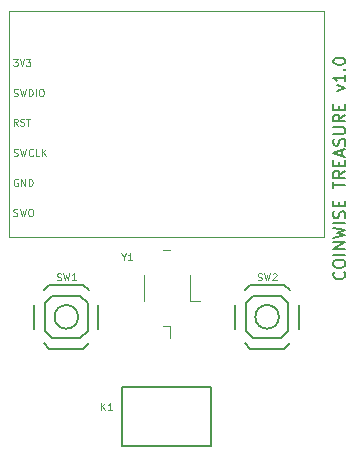
<source format=gto>
%TF.GenerationSoftware,KiCad,Pcbnew,4.0.5+dfsg1-4~bpo8+1*%
%TF.CreationDate,2017-10-06T16:53:46-03:00*%
%TF.ProjectId,treasure,74726561737572652E6B696361645F70,rev?*%
%TF.FileFunction,Legend,Top*%
%FSLAX46Y46*%
G04 Gerber Fmt 4.6, Leading zero omitted, Abs format (unit mm)*
G04 Created by KiCad (PCBNEW 4.0.5+dfsg1-4~bpo8+1) date Fri Oct  6 16:53:46 2017*
%MOMM*%
%LPD*%
G01*
G04 APERTURE LIST*
%ADD10C,0.254000*%
%ADD11C,0.150000*%
%ADD12C,0.100000*%
%ADD13C,0.120000*%
G04 APERTURE END LIST*
D10*
D11*
X163507143Y-111311904D02*
X163554762Y-111359523D01*
X163602381Y-111502380D01*
X163602381Y-111597618D01*
X163554762Y-111740476D01*
X163459524Y-111835714D01*
X163364286Y-111883333D01*
X163173810Y-111930952D01*
X163030952Y-111930952D01*
X162840476Y-111883333D01*
X162745238Y-111835714D01*
X162650000Y-111740476D01*
X162602381Y-111597618D01*
X162602381Y-111502380D01*
X162650000Y-111359523D01*
X162697619Y-111311904D01*
X162602381Y-110692857D02*
X162602381Y-110502380D01*
X162650000Y-110407142D01*
X162745238Y-110311904D01*
X162935714Y-110264285D01*
X163269048Y-110264285D01*
X163459524Y-110311904D01*
X163554762Y-110407142D01*
X163602381Y-110502380D01*
X163602381Y-110692857D01*
X163554762Y-110788095D01*
X163459524Y-110883333D01*
X163269048Y-110930952D01*
X162935714Y-110930952D01*
X162745238Y-110883333D01*
X162650000Y-110788095D01*
X162602381Y-110692857D01*
X163602381Y-109835714D02*
X162602381Y-109835714D01*
X163602381Y-109359524D02*
X162602381Y-109359524D01*
X163602381Y-108788095D01*
X162602381Y-108788095D01*
X162602381Y-108407143D02*
X163602381Y-108169048D01*
X162888095Y-107978571D01*
X163602381Y-107788095D01*
X162602381Y-107550000D01*
X163602381Y-107169048D02*
X162602381Y-107169048D01*
X163554762Y-106740477D02*
X163602381Y-106597620D01*
X163602381Y-106359524D01*
X163554762Y-106264286D01*
X163507143Y-106216667D01*
X163411905Y-106169048D01*
X163316667Y-106169048D01*
X163221429Y-106216667D01*
X163173810Y-106264286D01*
X163126190Y-106359524D01*
X163078571Y-106550001D01*
X163030952Y-106645239D01*
X162983333Y-106692858D01*
X162888095Y-106740477D01*
X162792857Y-106740477D01*
X162697619Y-106692858D01*
X162650000Y-106645239D01*
X162602381Y-106550001D01*
X162602381Y-106311905D01*
X162650000Y-106169048D01*
X163078571Y-105740477D02*
X163078571Y-105407143D01*
X163602381Y-105264286D02*
X163602381Y-105740477D01*
X162602381Y-105740477D01*
X162602381Y-105264286D01*
X162602381Y-104216667D02*
X162602381Y-103645238D01*
X163602381Y-103930953D02*
X162602381Y-103930953D01*
X163602381Y-102740476D02*
X163126190Y-103073810D01*
X163602381Y-103311905D02*
X162602381Y-103311905D01*
X162602381Y-102930952D01*
X162650000Y-102835714D01*
X162697619Y-102788095D01*
X162792857Y-102740476D01*
X162935714Y-102740476D01*
X163030952Y-102788095D01*
X163078571Y-102835714D01*
X163126190Y-102930952D01*
X163126190Y-103311905D01*
X163078571Y-102311905D02*
X163078571Y-101978571D01*
X163602381Y-101835714D02*
X163602381Y-102311905D01*
X162602381Y-102311905D01*
X162602381Y-101835714D01*
X163316667Y-101454762D02*
X163316667Y-100978571D01*
X163602381Y-101550000D02*
X162602381Y-101216667D01*
X163602381Y-100883333D01*
X163554762Y-100597619D02*
X163602381Y-100454762D01*
X163602381Y-100216666D01*
X163554762Y-100121428D01*
X163507143Y-100073809D01*
X163411905Y-100026190D01*
X163316667Y-100026190D01*
X163221429Y-100073809D01*
X163173810Y-100121428D01*
X163126190Y-100216666D01*
X163078571Y-100407143D01*
X163030952Y-100502381D01*
X162983333Y-100550000D01*
X162888095Y-100597619D01*
X162792857Y-100597619D01*
X162697619Y-100550000D01*
X162650000Y-100502381D01*
X162602381Y-100407143D01*
X162602381Y-100169047D01*
X162650000Y-100026190D01*
X162602381Y-99597619D02*
X163411905Y-99597619D01*
X163507143Y-99550000D01*
X163554762Y-99502381D01*
X163602381Y-99407143D01*
X163602381Y-99216666D01*
X163554762Y-99121428D01*
X163507143Y-99073809D01*
X163411905Y-99026190D01*
X162602381Y-99026190D01*
X163602381Y-97978571D02*
X163126190Y-98311905D01*
X163602381Y-98550000D02*
X162602381Y-98550000D01*
X162602381Y-98169047D01*
X162650000Y-98073809D01*
X162697619Y-98026190D01*
X162792857Y-97978571D01*
X162935714Y-97978571D01*
X163030952Y-98026190D01*
X163078571Y-98073809D01*
X163126190Y-98169047D01*
X163126190Y-98550000D01*
X163078571Y-97550000D02*
X163078571Y-97216666D01*
X163602381Y-97073809D02*
X163602381Y-97550000D01*
X162602381Y-97550000D01*
X162602381Y-97073809D01*
X162935714Y-95978571D02*
X163602381Y-95740476D01*
X162935714Y-95502380D01*
X163602381Y-94597618D02*
X163602381Y-95169047D01*
X163602381Y-94883333D02*
X162602381Y-94883333D01*
X162745238Y-94978571D01*
X162840476Y-95073809D01*
X162888095Y-95169047D01*
X163507143Y-94169047D02*
X163554762Y-94121428D01*
X163602381Y-94169047D01*
X163554762Y-94216666D01*
X163507143Y-94169047D01*
X163602381Y-94169047D01*
X162602381Y-93502381D02*
X162602381Y-93407142D01*
X162650000Y-93311904D01*
X162697619Y-93264285D01*
X162792857Y-93216666D01*
X162983333Y-93169047D01*
X163221429Y-93169047D01*
X163411905Y-93216666D01*
X163507143Y-93264285D01*
X163554762Y-93311904D01*
X163602381Y-93407142D01*
X163602381Y-93502381D01*
X163554762Y-93597619D01*
X163507143Y-93645238D01*
X163411905Y-93692857D01*
X163221429Y-93740476D01*
X162983333Y-93740476D01*
X162792857Y-93692857D01*
X162697619Y-93645238D01*
X162650000Y-93597619D01*
X162602381Y-93502381D01*
D12*
X161850000Y-89200000D02*
X161850000Y-108300000D01*
X135150000Y-89200000D02*
X161850000Y-89200000D01*
X135150000Y-108300000D02*
X135150000Y-89200000D01*
X161850000Y-108300000D02*
X135150000Y-108300000D01*
X135521429Y-106542857D02*
X135607143Y-106571429D01*
X135750000Y-106571429D01*
X135807143Y-106542857D01*
X135835714Y-106514286D01*
X135864286Y-106457143D01*
X135864286Y-106400000D01*
X135835714Y-106342857D01*
X135807143Y-106314286D01*
X135750000Y-106285714D01*
X135635714Y-106257143D01*
X135578572Y-106228571D01*
X135550000Y-106200000D01*
X135521429Y-106142857D01*
X135521429Y-106085714D01*
X135550000Y-106028571D01*
X135578572Y-106000000D01*
X135635714Y-105971429D01*
X135778572Y-105971429D01*
X135864286Y-106000000D01*
X136064286Y-105971429D02*
X136207143Y-106571429D01*
X136321429Y-106142857D01*
X136435715Y-106571429D01*
X136578572Y-105971429D01*
X136921429Y-105971429D02*
X137035715Y-105971429D01*
X137092857Y-106000000D01*
X137150000Y-106057143D01*
X137178572Y-106171429D01*
X137178572Y-106371429D01*
X137150000Y-106485714D01*
X137092857Y-106542857D01*
X137035715Y-106571429D01*
X136921429Y-106571429D01*
X136864286Y-106542857D01*
X136807143Y-106485714D01*
X136778572Y-106371429D01*
X136778572Y-106171429D01*
X136807143Y-106057143D01*
X136864286Y-106000000D01*
X136921429Y-105971429D01*
X135892858Y-103450000D02*
X135835715Y-103421429D01*
X135750001Y-103421429D01*
X135664286Y-103450000D01*
X135607144Y-103507143D01*
X135578572Y-103564286D01*
X135550001Y-103678571D01*
X135550001Y-103764286D01*
X135578572Y-103878571D01*
X135607144Y-103935714D01*
X135664286Y-103992857D01*
X135750001Y-104021429D01*
X135807144Y-104021429D01*
X135892858Y-103992857D01*
X135921429Y-103964286D01*
X135921429Y-103764286D01*
X135807144Y-103764286D01*
X136178572Y-104021429D02*
X136178572Y-103421429D01*
X136521429Y-104021429D01*
X136521429Y-103421429D01*
X136807143Y-104021429D02*
X136807143Y-103421429D01*
X136950000Y-103421429D01*
X137035715Y-103450000D01*
X137092857Y-103507143D01*
X137121429Y-103564286D01*
X137150000Y-103678571D01*
X137150000Y-103764286D01*
X137121429Y-103878571D01*
X137092857Y-103935714D01*
X137035715Y-103992857D01*
X136950000Y-104021429D01*
X136807143Y-104021429D01*
X135542858Y-101442857D02*
X135628572Y-101471429D01*
X135771429Y-101471429D01*
X135828572Y-101442857D01*
X135857143Y-101414286D01*
X135885715Y-101357143D01*
X135885715Y-101300000D01*
X135857143Y-101242857D01*
X135828572Y-101214286D01*
X135771429Y-101185714D01*
X135657143Y-101157143D01*
X135600001Y-101128571D01*
X135571429Y-101100000D01*
X135542858Y-101042857D01*
X135542858Y-100985714D01*
X135571429Y-100928571D01*
X135600001Y-100900000D01*
X135657143Y-100871429D01*
X135800001Y-100871429D01*
X135885715Y-100900000D01*
X136085715Y-100871429D02*
X136228572Y-101471429D01*
X136342858Y-101042857D01*
X136457144Y-101471429D01*
X136600001Y-100871429D01*
X137171429Y-101414286D02*
X137142858Y-101442857D01*
X137057144Y-101471429D01*
X137000001Y-101471429D01*
X136914286Y-101442857D01*
X136857144Y-101385714D01*
X136828572Y-101328571D01*
X136800001Y-101214286D01*
X136800001Y-101128571D01*
X136828572Y-101014286D01*
X136857144Y-100957143D01*
X136914286Y-100900000D01*
X137000001Y-100871429D01*
X137057144Y-100871429D01*
X137142858Y-100900000D01*
X137171429Y-100928571D01*
X137714286Y-101471429D02*
X137428572Y-101471429D01*
X137428572Y-100871429D01*
X137914286Y-101471429D02*
X137914286Y-100871429D01*
X138257143Y-101471429D02*
X138000000Y-101128571D01*
X138257143Y-100871429D02*
X137914286Y-101214286D01*
X135871428Y-98921429D02*
X135671428Y-98635714D01*
X135528571Y-98921429D02*
X135528571Y-98321429D01*
X135757143Y-98321429D01*
X135814285Y-98350000D01*
X135842857Y-98378571D01*
X135871428Y-98435714D01*
X135871428Y-98521429D01*
X135842857Y-98578571D01*
X135814285Y-98607143D01*
X135757143Y-98635714D01*
X135528571Y-98635714D01*
X136100000Y-98892857D02*
X136185714Y-98921429D01*
X136328571Y-98921429D01*
X136385714Y-98892857D01*
X136414285Y-98864286D01*
X136442857Y-98807143D01*
X136442857Y-98750000D01*
X136414285Y-98692857D01*
X136385714Y-98664286D01*
X136328571Y-98635714D01*
X136214285Y-98607143D01*
X136157143Y-98578571D01*
X136128571Y-98550000D01*
X136100000Y-98492857D01*
X136100000Y-98435714D01*
X136128571Y-98378571D01*
X136157143Y-98350000D01*
X136214285Y-98321429D01*
X136357143Y-98321429D01*
X136442857Y-98350000D01*
X136614286Y-98321429D02*
X136957143Y-98321429D01*
X136785714Y-98921429D02*
X136785714Y-98321429D01*
X135528572Y-96392857D02*
X135614286Y-96421429D01*
X135757143Y-96421429D01*
X135814286Y-96392857D01*
X135842857Y-96364286D01*
X135871429Y-96307143D01*
X135871429Y-96250000D01*
X135842857Y-96192857D01*
X135814286Y-96164286D01*
X135757143Y-96135714D01*
X135642857Y-96107143D01*
X135585715Y-96078571D01*
X135557143Y-96050000D01*
X135528572Y-95992857D01*
X135528572Y-95935714D01*
X135557143Y-95878571D01*
X135585715Y-95850000D01*
X135642857Y-95821429D01*
X135785715Y-95821429D01*
X135871429Y-95850000D01*
X136071429Y-95821429D02*
X136214286Y-96421429D01*
X136328572Y-95992857D01*
X136442858Y-96421429D01*
X136585715Y-95821429D01*
X136814286Y-96421429D02*
X136814286Y-95821429D01*
X136957143Y-95821429D01*
X137042858Y-95850000D01*
X137100000Y-95907143D01*
X137128572Y-95964286D01*
X137157143Y-96078571D01*
X137157143Y-96164286D01*
X137128572Y-96278571D01*
X137100000Y-96335714D01*
X137042858Y-96392857D01*
X136957143Y-96421429D01*
X136814286Y-96421429D01*
X137414286Y-96421429D02*
X137414286Y-95821429D01*
X137814286Y-95821429D02*
X137928572Y-95821429D01*
X137985714Y-95850000D01*
X138042857Y-95907143D01*
X138071429Y-96021429D01*
X138071429Y-96221429D01*
X138042857Y-96335714D01*
X137985714Y-96392857D01*
X137928572Y-96421429D01*
X137814286Y-96421429D01*
X137757143Y-96392857D01*
X137700000Y-96335714D01*
X137671429Y-96221429D01*
X137671429Y-96021429D01*
X137700000Y-95907143D01*
X137757143Y-95850000D01*
X137814286Y-95821429D01*
X135507142Y-93271429D02*
X135878571Y-93271429D01*
X135678571Y-93500000D01*
X135764285Y-93500000D01*
X135821428Y-93528571D01*
X135849999Y-93557143D01*
X135878571Y-93614286D01*
X135878571Y-93757143D01*
X135849999Y-93814286D01*
X135821428Y-93842857D01*
X135764285Y-93871429D01*
X135592857Y-93871429D01*
X135535714Y-93842857D01*
X135507142Y-93814286D01*
X136050000Y-93271429D02*
X136250000Y-93871429D01*
X136450000Y-93271429D01*
X136592857Y-93271429D02*
X136964286Y-93271429D01*
X136764286Y-93500000D01*
X136850000Y-93500000D01*
X136907143Y-93528571D01*
X136935714Y-93557143D01*
X136964286Y-93614286D01*
X136964286Y-93757143D01*
X136935714Y-93814286D01*
X136907143Y-93842857D01*
X136850000Y-93871429D01*
X136678572Y-93871429D01*
X136621429Y-93842857D01*
X136592857Y-93814286D01*
D11*
X144750000Y-121050000D02*
X152250000Y-121050000D01*
X152250000Y-121050000D02*
X152250000Y-126050000D01*
X152250000Y-126050000D02*
X144750000Y-126050000D01*
X144750000Y-126050000D02*
X144750000Y-121050000D01*
X141000000Y-115100000D02*
G75*
G03X141000000Y-115100000I-1000000J0D01*
G01*
X138800000Y-113300000D02*
X141200000Y-113300000D01*
X138200000Y-113900000D02*
X138800000Y-113300000D01*
X138200000Y-116300000D02*
X138200000Y-113900000D01*
X138800000Y-116900000D02*
X138200000Y-116300000D01*
X141200000Y-116900000D02*
X138800000Y-116900000D01*
X141800000Y-116300000D02*
X141200000Y-116900000D01*
X141800000Y-113900000D02*
X141800000Y-116300000D01*
X141200000Y-113300000D02*
X141800000Y-113900000D01*
X138550000Y-112400000D02*
X141450000Y-112400000D01*
X138100000Y-112850000D02*
X138550000Y-112400000D01*
X137300000Y-116100000D02*
X137300000Y-114100000D01*
X138550000Y-117800000D02*
X138100000Y-117350000D01*
X141450000Y-117800000D02*
X138550000Y-117800000D01*
X141900000Y-117350000D02*
X141450000Y-117800000D01*
X142700000Y-114100000D02*
X142700000Y-116100000D01*
X141450000Y-112400000D02*
X141900000Y-112850000D01*
X158000000Y-115100000D02*
G75*
G03X158000000Y-115100000I-1000000J0D01*
G01*
X155800000Y-113300000D02*
X158200000Y-113300000D01*
X155200000Y-113900000D02*
X155800000Y-113300000D01*
X155200000Y-116300000D02*
X155200000Y-113900000D01*
X155800000Y-116900000D02*
X155200000Y-116300000D01*
X158200000Y-116900000D02*
X155800000Y-116900000D01*
X158800000Y-116300000D02*
X158200000Y-116900000D01*
X158800000Y-113900000D02*
X158800000Y-116300000D01*
X158200000Y-113300000D02*
X158800000Y-113900000D01*
X155550000Y-112400000D02*
X158450000Y-112400000D01*
X155100000Y-112850000D02*
X155550000Y-112400000D01*
X154300000Y-116100000D02*
X154300000Y-114100000D01*
X155550000Y-117800000D02*
X155100000Y-117350000D01*
X158450000Y-117800000D02*
X155550000Y-117800000D01*
X158900000Y-117350000D02*
X158450000Y-117800000D01*
X159700000Y-114100000D02*
X159700000Y-116100000D01*
X158450000Y-112400000D02*
X158900000Y-112850000D01*
D13*
X148800000Y-116850000D02*
X148800000Y-115850000D01*
X148800000Y-115850000D02*
X148200000Y-115850000D01*
X148200000Y-109450000D02*
X148800000Y-109450000D01*
X146550000Y-113750000D02*
X146550000Y-111550000D01*
X150450000Y-111550000D02*
X150450000Y-113750000D01*
X150450000Y-113750000D02*
X151300000Y-113750000D01*
D12*
X142957143Y-123021429D02*
X142957143Y-122421429D01*
X143300000Y-123021429D02*
X143042857Y-122678571D01*
X143300000Y-122421429D02*
X142957143Y-122764286D01*
X143871429Y-123021429D02*
X143528572Y-123021429D01*
X143700000Y-123021429D02*
X143700000Y-122421429D01*
X143642857Y-122507143D01*
X143585715Y-122564286D01*
X143528572Y-122592857D01*
X139200000Y-111992857D02*
X139285714Y-112021429D01*
X139428571Y-112021429D01*
X139485714Y-111992857D01*
X139514285Y-111964286D01*
X139542857Y-111907143D01*
X139542857Y-111850000D01*
X139514285Y-111792857D01*
X139485714Y-111764286D01*
X139428571Y-111735714D01*
X139314285Y-111707143D01*
X139257143Y-111678571D01*
X139228571Y-111650000D01*
X139200000Y-111592857D01*
X139200000Y-111535714D01*
X139228571Y-111478571D01*
X139257143Y-111450000D01*
X139314285Y-111421429D01*
X139457143Y-111421429D01*
X139542857Y-111450000D01*
X139742857Y-111421429D02*
X139885714Y-112021429D01*
X140000000Y-111592857D01*
X140114286Y-112021429D01*
X140257143Y-111421429D01*
X140800000Y-112021429D02*
X140457143Y-112021429D01*
X140628571Y-112021429D02*
X140628571Y-111421429D01*
X140571428Y-111507143D01*
X140514286Y-111564286D01*
X140457143Y-111592857D01*
X156200000Y-111992857D02*
X156285714Y-112021429D01*
X156428571Y-112021429D01*
X156485714Y-111992857D01*
X156514285Y-111964286D01*
X156542857Y-111907143D01*
X156542857Y-111850000D01*
X156514285Y-111792857D01*
X156485714Y-111764286D01*
X156428571Y-111735714D01*
X156314285Y-111707143D01*
X156257143Y-111678571D01*
X156228571Y-111650000D01*
X156200000Y-111592857D01*
X156200000Y-111535714D01*
X156228571Y-111478571D01*
X156257143Y-111450000D01*
X156314285Y-111421429D01*
X156457143Y-111421429D01*
X156542857Y-111450000D01*
X156742857Y-111421429D02*
X156885714Y-112021429D01*
X157000000Y-111592857D01*
X157114286Y-112021429D01*
X157257143Y-111421429D01*
X157457143Y-111478571D02*
X157485714Y-111450000D01*
X157542857Y-111421429D01*
X157685714Y-111421429D01*
X157742857Y-111450000D01*
X157771428Y-111478571D01*
X157800000Y-111535714D01*
X157800000Y-111592857D01*
X157771428Y-111678571D01*
X157428571Y-112021429D01*
X157800000Y-112021429D01*
X144864286Y-110035714D02*
X144864286Y-110321429D01*
X144664286Y-109721429D02*
X144864286Y-110035714D01*
X145064286Y-109721429D01*
X145578572Y-110321429D02*
X145235715Y-110321429D01*
X145407143Y-110321429D02*
X145407143Y-109721429D01*
X145350000Y-109807143D01*
X145292858Y-109864286D01*
X145235715Y-109892857D01*
M02*

</source>
